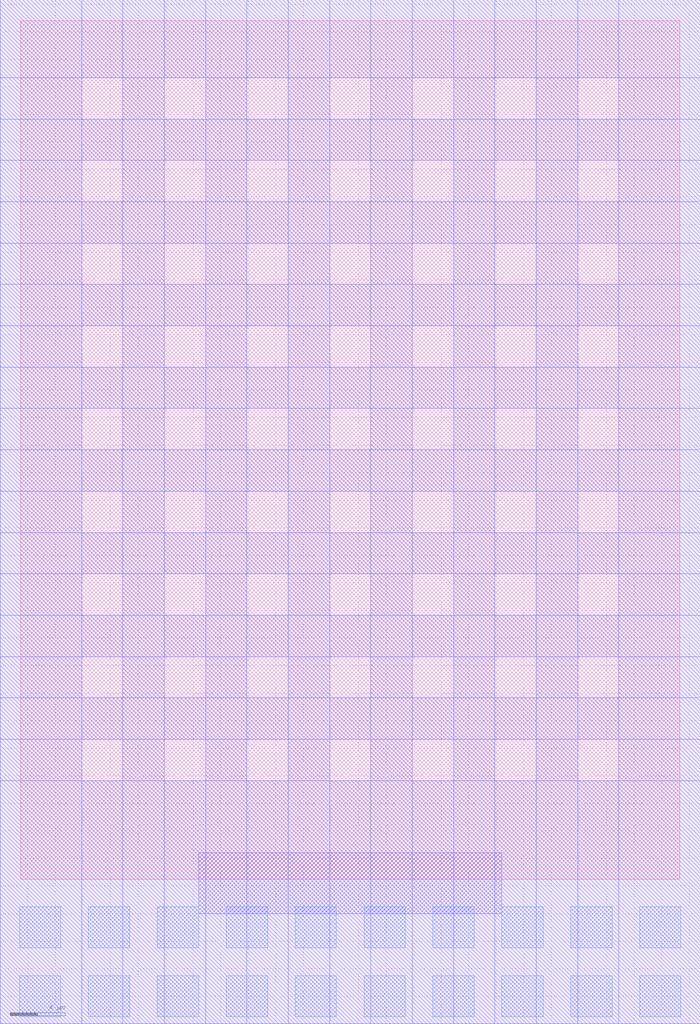
<source format=lef>
VERSION 5.6 ;
BUSBITCHARS "[]" ;
DIVIDERCHAR "/" ;

MACRO L28_BOAC_op1_55_6um_stagger_picth78_50D8X74D3
  CLASS COVER ;
  ORIGIN -1.5 -10.5 ;
  FOREIGN L28_BOAC_op1_55_6um_stagger_picth78_50D8X74D3 1.5 10.5 ;
  SIZE 47.8 BY 62.3 ;
  SYMMETRY X Y ;
  
  OBS
    LAYER ME7 ;
      RECT 14.4 8 36.4 12.4 ;
    LAYER ME8 ;
      RECT 0 68.65 50.8 74.3 ;
      RECT 44.9 0 50.8 74.3 ;
      RECT 38.9 0 41.9 74.3 ;
      RECT 32.9 0 35.9 74.3 ;
      RECT 26.9 0 29.9 74.3 ;
      RECT 20.9 0 23.9 74.3 ;
      RECT 14.9 0 17.9 74.3 ;
      RECT 8.9 0 11.9 74.3 ;
      RECT 0 0 5.9 74.3 ;
      RECT 0 62.65 50.8 65.65 ;
      RECT 0 56.65 50.8 59.65 ;
      RECT 0 50.65 50.8 53.65 ;
      RECT 0 44.65 50.8 47.65 ;
      RECT 0 38.65 50.8 41.65 ;
      RECT 0 32.65 50.8 35.65 ;
      RECT 0 26.65 50.8 29.65 ;
      RECT 0 20.65 50.8 23.65 ;
      RECT 0 0 50.8 17.65 ;
    LAYER TMV_RDL ;
      RECT 46.4 0.5 49.4 3.5 ;
      RECT 46.4 5.5 49.4 8.5 ;
      RECT 41.4 0.5 44.4 3.5 ;
      RECT 41.4 5.5 44.4 8.5 ;
      RECT 36.4 0.5 39.4 3.5 ;
      RECT 36.4 5.5 39.4 8.5 ;
      RECT 31.4 0.5 34.4 3.5 ;
      RECT 31.4 5.5 34.4 8.5 ;
      RECT 26.4 0.5 29.4 3.5 ;
      RECT 26.4 5.5 29.4 8.5 ;
      RECT 21.4 0.5 24.4 3.5 ;
      RECT 21.4 5.5 24.4 8.5 ;
      RECT 16.4 0.5 19.4 3.5 ;
      RECT 16.4 5.5 19.4 8.5 ;
      RECT 11.4 0.5 14.4 3.5 ;
      RECT 11.4 5.5 14.4 8.5 ;
      RECT 6.4 0.5 9.4 3.5 ;
      RECT 6.4 5.5 9.4 8.5 ;
      RECT 1.4 0.5 4.4 3.5 ;
      RECT 1.4 5.5 4.4 8.5 ;
    LAYER AL_RDL ;
      RECT 0 0 50.8 74.3 ;
#    LAYER PASV_RDL ;
#      RECT 1.5 10.5 49.3 72.8 ;
#    LAYER PADMARK ;
#      RECT 0 0 50.8 74.3 ;
  END
END L28_BOAC_op1_55_6um_stagger_picth78_50D8X74D3

END LIBRARY

</source>
